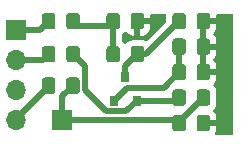
<source format=gbr>
%TF.GenerationSoftware,KiCad,Pcbnew,(5.99.0-2965-g3673c2369)*%
%TF.CreationDate,2020-08-26T10:35:24+03:00*%
%TF.ProjectId,pimentero,70696d65-6e74-4657-926f-2e6b69636164,rev?*%
%TF.SameCoordinates,Original*%
%TF.FileFunction,Copper,L1,Top*%
%TF.FilePolarity,Positive*%
%FSLAX46Y46*%
G04 Gerber Fmt 4.6, Leading zero omitted, Abs format (unit mm)*
G04 Created by KiCad (PCBNEW (5.99.0-2965-g3673c2369)) date 2020-08-26 10:35:24*
%MOMM*%
%LPD*%
G01*
G04 APERTURE LIST*
%TA.AperFunction,ComponentPad*%
%ADD10R,1.700000X1.700000*%
%TD*%
%TA.AperFunction,SMDPad,CuDef*%
%ADD11R,0.800000X0.900000*%
%TD*%
%TA.AperFunction,ComponentPad*%
%ADD12O,1.700000X1.700000*%
%TD*%
%TA.AperFunction,ViaPad*%
%ADD13C,0.800000*%
%TD*%
%TA.AperFunction,Conductor*%
%ADD14C,0.508000*%
%TD*%
G04 APERTURE END LIST*
D10*
%TO.P,J2,1,Pin_1*%
%TO.N,Net-(C4-Pad2)*%
X108839000Y-75946000D03*
%TD*%
%TO.P,C4,1*%
%TO.N,Net-(C4-Pad1)*%
%TA.AperFunction,SMDPad,CuDef*%
G36*
G01*
X118161000Y-74491000D02*
X118161000Y-73591000D01*
G75*
G02*
X118411000Y-73341000I250000J0D01*
G01*
X119061000Y-73341000D01*
G75*
G02*
X119311000Y-73591000I0J-250000D01*
G01*
X119311000Y-74491000D01*
G75*
G02*
X119061000Y-74741000I-250000J0D01*
G01*
X118411000Y-74741000D01*
G75*
G02*
X118161000Y-74491000I0J250000D01*
G01*
G37*
%TD.AperFunction*%
%TO.P,C4,2*%
%TO.N,Net-(C4-Pad2)*%
%TA.AperFunction,SMDPad,CuDef*%
G36*
G01*
X120211000Y-74491000D02*
X120211000Y-73591000D01*
G75*
G02*
X120461000Y-73341000I250000J0D01*
G01*
X121111000Y-73341000D01*
G75*
G02*
X121361000Y-73591000I0J-250000D01*
G01*
X121361000Y-74491000D01*
G75*
G02*
X121111000Y-74741000I-250000J0D01*
G01*
X120461000Y-74741000D01*
G75*
G02*
X120211000Y-74491000I0J250000D01*
G01*
G37*
%TD.AperFunction*%
%TD*%
%TO.P,R4,1*%
%TO.N,VCC*%
%TA.AperFunction,SMDPad,CuDef*%
G36*
G01*
X107112000Y-70808000D02*
X107112000Y-69908000D01*
G75*
G02*
X107362000Y-69658000I250000J0D01*
G01*
X108012000Y-69658000D01*
G75*
G02*
X108262000Y-69908000I0J-250000D01*
G01*
X108262000Y-70808000D01*
G75*
G02*
X108012000Y-71058000I-250000J0D01*
G01*
X107362000Y-71058000D01*
G75*
G02*
X107112000Y-70808000I0J250000D01*
G01*
G37*
%TD.AperFunction*%
%TO.P,R4,2*%
%TO.N,Net-(C4-Pad1)*%
%TA.AperFunction,SMDPad,CuDef*%
G36*
G01*
X109162000Y-70808000D02*
X109162000Y-69908000D01*
G75*
G02*
X109412000Y-69658000I250000J0D01*
G01*
X110062000Y-69658000D01*
G75*
G02*
X110312000Y-69908000I0J-250000D01*
G01*
X110312000Y-70808000D01*
G75*
G02*
X110062000Y-71058000I-250000J0D01*
G01*
X109412000Y-71058000D01*
G75*
G02*
X109162000Y-70808000I0J250000D01*
G01*
G37*
%TD.AperFunction*%
%TD*%
%TO.P,C3,1*%
%TO.N,Net-(C3-Pad1)*%
%TA.AperFunction,SMDPad,CuDef*%
G36*
G01*
X118161000Y-70173000D02*
X118161000Y-69273000D01*
G75*
G02*
X118411000Y-69023000I250000J0D01*
G01*
X119061000Y-69023000D01*
G75*
G02*
X119311000Y-69273000I0J-250000D01*
G01*
X119311000Y-70173000D01*
G75*
G02*
X119061000Y-70423000I-250000J0D01*
G01*
X118411000Y-70423000D01*
G75*
G02*
X118161000Y-70173000I0J250000D01*
G01*
G37*
%TD.AperFunction*%
%TO.P,C3,2*%
%TO.N,GND*%
%TA.AperFunction,SMDPad,CuDef*%
G36*
G01*
X120211000Y-70173000D02*
X120211000Y-69273000D01*
G75*
G02*
X120461000Y-69023000I250000J0D01*
G01*
X121111000Y-69023000D01*
G75*
G02*
X121361000Y-69273000I0J-250000D01*
G01*
X121361000Y-70173000D01*
G75*
G02*
X121111000Y-70423000I-250000J0D01*
G01*
X120461000Y-70423000D01*
G75*
G02*
X120211000Y-70173000I0J250000D01*
G01*
G37*
%TD.AperFunction*%
%TD*%
%TO.P,R3,1*%
%TO.N,Net-(C3-Pad1)*%
%TA.AperFunction,SMDPad,CuDef*%
G36*
G01*
X118161000Y-72332000D02*
X118161000Y-71432000D01*
G75*
G02*
X118411000Y-71182000I250000J0D01*
G01*
X119061000Y-71182000D01*
G75*
G02*
X119311000Y-71432000I0J-250000D01*
G01*
X119311000Y-72332000D01*
G75*
G02*
X119061000Y-72582000I-250000J0D01*
G01*
X118411000Y-72582000D01*
G75*
G02*
X118161000Y-72332000I0J250000D01*
G01*
G37*
%TD.AperFunction*%
%TO.P,R3,2*%
%TO.N,GND*%
%TA.AperFunction,SMDPad,CuDef*%
G36*
G01*
X120211000Y-72332000D02*
X120211000Y-71432000D01*
G75*
G02*
X120461000Y-71182000I250000J0D01*
G01*
X121111000Y-71182000D01*
G75*
G02*
X121361000Y-71432000I0J-250000D01*
G01*
X121361000Y-72332000D01*
G75*
G02*
X121111000Y-72582000I-250000J0D01*
G01*
X120461000Y-72582000D01*
G75*
G02*
X120211000Y-72332000I0J250000D01*
G01*
G37*
%TD.AperFunction*%
%TD*%
%TO.P,R2,1*%
%TO.N,Net-(C2-Pad2)*%
%TA.AperFunction,SMDPad,CuDef*%
G36*
G01*
X118161000Y-68014000D02*
X118161000Y-67114000D01*
G75*
G02*
X118411000Y-66864000I250000J0D01*
G01*
X119061000Y-66864000D01*
G75*
G02*
X119311000Y-67114000I0J-250000D01*
G01*
X119311000Y-68014000D01*
G75*
G02*
X119061000Y-68264000I-250000J0D01*
G01*
X118411000Y-68264000D01*
G75*
G02*
X118161000Y-68014000I0J250000D01*
G01*
G37*
%TD.AperFunction*%
%TO.P,R2,2*%
%TO.N,GND*%
%TA.AperFunction,SMDPad,CuDef*%
G36*
G01*
X120211000Y-68014000D02*
X120211000Y-67114000D01*
G75*
G02*
X120461000Y-66864000I250000J0D01*
G01*
X121111000Y-66864000D01*
G75*
G02*
X121361000Y-67114000I0J-250000D01*
G01*
X121361000Y-68014000D01*
G75*
G02*
X121111000Y-68264000I-250000J0D01*
G01*
X120461000Y-68264000D01*
G75*
G02*
X120211000Y-68014000I0J250000D01*
G01*
G37*
%TD.AperFunction*%
%TD*%
%TO.P,C1,1*%
%TO.N,Net-(C1-Pad1)*%
%TA.AperFunction,SMDPad,CuDef*%
G36*
G01*
X112573000Y-68014000D02*
X112573000Y-67114000D01*
G75*
G02*
X112823000Y-66864000I250000J0D01*
G01*
X113473000Y-66864000D01*
G75*
G02*
X113723000Y-67114000I0J-250000D01*
G01*
X113723000Y-68014000D01*
G75*
G02*
X113473000Y-68264000I-250000J0D01*
G01*
X112823000Y-68264000D01*
G75*
G02*
X112573000Y-68014000I0J250000D01*
G01*
G37*
%TD.AperFunction*%
%TO.P,C1,2*%
%TO.N,GND*%
%TA.AperFunction,SMDPad,CuDef*%
G36*
G01*
X114623000Y-68014000D02*
X114623000Y-67114000D01*
G75*
G02*
X114873000Y-66864000I250000J0D01*
G01*
X115523000Y-66864000D01*
G75*
G02*
X115773000Y-67114000I0J-250000D01*
G01*
X115773000Y-68014000D01*
G75*
G02*
X115523000Y-68264000I-250000J0D01*
G01*
X114873000Y-68264000D01*
G75*
G02*
X114623000Y-68014000I0J250000D01*
G01*
G37*
%TD.AperFunction*%
%TD*%
%TO.P,R5,1*%
%TO.N,Net-(C4-Pad2)*%
%TA.AperFunction,SMDPad,CuDef*%
G36*
G01*
X118161000Y-76650000D02*
X118161000Y-75750000D01*
G75*
G02*
X118411000Y-75500000I250000J0D01*
G01*
X119061000Y-75500000D01*
G75*
G02*
X119311000Y-75750000I0J-250000D01*
G01*
X119311000Y-76650000D01*
G75*
G02*
X119061000Y-76900000I-250000J0D01*
G01*
X118411000Y-76900000D01*
G75*
G02*
X118161000Y-76650000I0J250000D01*
G01*
G37*
%TD.AperFunction*%
%TO.P,R5,2*%
%TO.N,GND*%
%TA.AperFunction,SMDPad,CuDef*%
G36*
G01*
X120211000Y-76650000D02*
X120211000Y-75750000D01*
G75*
G02*
X120461000Y-75500000I250000J0D01*
G01*
X121111000Y-75500000D01*
G75*
G02*
X121361000Y-75750000I0J-250000D01*
G01*
X121361000Y-76650000D01*
G75*
G02*
X121111000Y-76900000I-250000J0D01*
G01*
X120461000Y-76900000D01*
G75*
G02*
X120211000Y-76650000I0J250000D01*
G01*
G37*
%TD.AperFunction*%
%TD*%
D11*
%TO.P,Q1,1,D*%
%TO.N,Net-(C3-Pad1)*%
X113223000Y-74279000D03*
%TO.P,Q1,2,S*%
%TO.N,Net-(C4-Pad1)*%
X115123000Y-74279000D03*
%TO.P,Q1,3,G*%
%TO.N,Net-(C2-Pad2)*%
X114173000Y-72279000D03*
%TD*%
%TO.P,C2,1*%
%TO.N,Net-(C1-Pad1)*%
%TA.AperFunction,SMDPad,CuDef*%
G36*
G01*
X112573000Y-70808000D02*
X112573000Y-69908000D01*
G75*
G02*
X112823000Y-69658000I250000J0D01*
G01*
X113473000Y-69658000D01*
G75*
G02*
X113723000Y-69908000I0J-250000D01*
G01*
X113723000Y-70808000D01*
G75*
G02*
X113473000Y-71058000I-250000J0D01*
G01*
X112823000Y-71058000D01*
G75*
G02*
X112573000Y-70808000I0J250000D01*
G01*
G37*
%TD.AperFunction*%
%TO.P,C2,2*%
%TO.N,Net-(C2-Pad2)*%
%TA.AperFunction,SMDPad,CuDef*%
G36*
G01*
X114623000Y-70808000D02*
X114623000Y-69908000D01*
G75*
G02*
X114873000Y-69658000I250000J0D01*
G01*
X115523000Y-69658000D01*
G75*
G02*
X115773000Y-69908000I0J-250000D01*
G01*
X115773000Y-70808000D01*
G75*
G02*
X115523000Y-71058000I-250000J0D01*
G01*
X114873000Y-71058000D01*
G75*
G02*
X114623000Y-70808000I0J250000D01*
G01*
G37*
%TD.AperFunction*%
%TD*%
%TO.P,R1,1*%
%TO.N,IN*%
%TA.AperFunction,SMDPad,CuDef*%
G36*
G01*
X107112000Y-68014000D02*
X107112000Y-67114000D01*
G75*
G02*
X107362000Y-66864000I250000J0D01*
G01*
X108012000Y-66864000D01*
G75*
G02*
X108262000Y-67114000I0J-250000D01*
G01*
X108262000Y-68014000D01*
G75*
G02*
X108012000Y-68264000I-250000J0D01*
G01*
X107362000Y-68264000D01*
G75*
G02*
X107112000Y-68014000I0J250000D01*
G01*
G37*
%TD.AperFunction*%
%TO.P,R1,2*%
%TO.N,Net-(C1-Pad1)*%
%TA.AperFunction,SMDPad,CuDef*%
G36*
G01*
X109162000Y-68014000D02*
X109162000Y-67114000D01*
G75*
G02*
X109412000Y-66864000I250000J0D01*
G01*
X110062000Y-66864000D01*
G75*
G02*
X110312000Y-67114000I0J-250000D01*
G01*
X110312000Y-68014000D01*
G75*
G02*
X110062000Y-68264000I-250000J0D01*
G01*
X109412000Y-68264000D01*
G75*
G02*
X109162000Y-68014000I0J250000D01*
G01*
G37*
%TD.AperFunction*%
%TD*%
D10*
%TO.P,J1,1,Pin_1*%
%TO.N,IN*%
X104902000Y-68326000D03*
D12*
%TO.P,J1,2,Pin_2*%
%TO.N,VCC*%
X104902000Y-70866000D03*
%TO.P,J1,3,Pin_3*%
%TO.N,GND*%
X104902000Y-73406000D03*
%TO.P,J1,4,Pin_4*%
%TO.N,OUT*%
X104902000Y-75946000D03*
%TD*%
%TO.P,R6,1*%
%TO.N,Net-(C4-Pad2)*%
%TA.AperFunction,SMDPad,CuDef*%
G36*
G01*
X110312000Y-72575000D02*
X110312000Y-73475000D01*
G75*
G02*
X110062000Y-73725000I-250000J0D01*
G01*
X109412000Y-73725000D01*
G75*
G02*
X109162000Y-73475000I0J250000D01*
G01*
X109162000Y-72575000D01*
G75*
G02*
X109412000Y-72325000I250000J0D01*
G01*
X110062000Y-72325000D01*
G75*
G02*
X110312000Y-72575000I0J-250000D01*
G01*
G37*
%TD.AperFunction*%
%TO.P,R6,2*%
%TO.N,OUT*%
%TA.AperFunction,SMDPad,CuDef*%
G36*
G01*
X108262000Y-72575000D02*
X108262000Y-73475000D01*
G75*
G02*
X108012000Y-73725000I-250000J0D01*
G01*
X107362000Y-73725000D01*
G75*
G02*
X107112000Y-73475000I0J250000D01*
G01*
X107112000Y-72575000D01*
G75*
G02*
X107362000Y-72325000I250000J0D01*
G01*
X108012000Y-72325000D01*
G75*
G02*
X108262000Y-72575000I0J-250000D01*
G01*
G37*
%TD.AperFunction*%
%TD*%
D13*
%TO.N,GND*%
X122682000Y-75057000D03*
X116967000Y-67437000D03*
%TD*%
D14*
%TO.N,Net-(C4-Pad2)*%
X108839000Y-75946000D02*
X118482000Y-75946000D01*
X118482000Y-75946000D02*
X118736000Y-76200000D01*
X108839000Y-75946000D02*
X108839000Y-73923000D01*
X108839000Y-73923000D02*
X109737000Y-73025000D01*
%TO.N,Net-(C4-Pad1)*%
X109737000Y-70358000D02*
X110766010Y-71387010D01*
X110766010Y-71387010D02*
X110766010Y-73428010D01*
X110766010Y-73428010D02*
X112521001Y-75183001D01*
X112521001Y-75183001D02*
X114218999Y-75183001D01*
X114218999Y-75183001D02*
X115123000Y-74279000D01*
%TO.N,OUT*%
X104902000Y-75946000D02*
X104902000Y-75810000D01*
X104902000Y-75810000D02*
X107687000Y-73025000D01*
%TO.N,Net-(C4-Pad2)*%
X118736000Y-76200000D02*
X118736000Y-76091000D01*
X118736000Y-76091000D02*
X120786000Y-74041000D01*
%TO.N,Net-(C4-Pad1)*%
X115123000Y-74279000D02*
X118498000Y-74279000D01*
X118498000Y-74279000D02*
X118736000Y-74041000D01*
%TO.N,Net-(C3-Pad1)*%
X118736000Y-71882000D02*
X117434999Y-73183001D01*
X117434999Y-73183001D02*
X114318999Y-73183001D01*
X114318999Y-73183001D02*
X113223000Y-74279000D01*
X118736000Y-69723000D02*
X118736000Y-71882000D01*
%TO.N,Net-(C2-Pad2)*%
X115198000Y-70358000D02*
X115942000Y-70358000D01*
X115942000Y-70358000D02*
X118736000Y-67564000D01*
%TO.N,Net-(C4-Pad2)*%
X118609000Y-76200000D02*
X118736000Y-76073000D01*
%TO.N,Net-(C2-Pad2)*%
X114173000Y-72279000D02*
X114173000Y-71383000D01*
X114173000Y-71383000D02*
X115198000Y-70358000D01*
%TO.N,VCC*%
X104902000Y-70866000D02*
X107179000Y-70866000D01*
X107179000Y-70866000D02*
X107687000Y-70358000D01*
%TO.N,IN*%
X104902000Y-68326000D02*
X106925000Y-68326000D01*
X106925000Y-68326000D02*
X107687000Y-67564000D01*
%TO.N,Net-(C1-Pad1)*%
X113148000Y-67945000D02*
X113148000Y-70739000D01*
X109737000Y-67945000D02*
X113148000Y-67945000D01*
%TD*%
%TA.AperFunction,Conductor*%
%TO.N,GND*%
G36*
X123253897Y-66954226D02*
G01*
X123300390Y-67007882D01*
X123311776Y-67060224D01*
X123311776Y-77084776D01*
X123291774Y-77152897D01*
X123238118Y-77199390D01*
X123185776Y-77210776D01*
X121889090Y-77210776D01*
X121820969Y-77190774D01*
X121774476Y-77137118D01*
X121774476Y-77032434D01*
X121850759Y-76865397D01*
X121850758Y-76865397D01*
X121874224Y-76702190D01*
X121874224Y-76454000D01*
X120658000Y-76454000D01*
X120589879Y-76433998D01*
X120543386Y-76380342D01*
X120532000Y-76328000D01*
X120532000Y-76072000D01*
X120552002Y-76003879D01*
X120605658Y-75957386D01*
X120658000Y-75946000D01*
X121874224Y-75946000D01*
X121874224Y-75716377D01*
X121812183Y-75431177D01*
X121693128Y-75245925D01*
X121693127Y-75245924D01*
X121658253Y-75215705D01*
X121619869Y-75155979D01*
X121619869Y-75084983D01*
X121645541Y-75037968D01*
X121759280Y-74906707D01*
X121759281Y-74906707D01*
X121850759Y-74706397D01*
X121850758Y-74706397D01*
X121874224Y-74543190D01*
X121874224Y-73557377D01*
X121812183Y-73272177D01*
X121693128Y-73086925D01*
X121693127Y-73086924D01*
X121658253Y-73056705D01*
X121619869Y-72996979D01*
X121619869Y-72925983D01*
X121645541Y-72878968D01*
X121759280Y-72747707D01*
X121759281Y-72747707D01*
X121850759Y-72547397D01*
X121850758Y-72547397D01*
X121874224Y-72384190D01*
X121874224Y-72136000D01*
X120658000Y-72136000D01*
X120589879Y-72115998D01*
X120543386Y-72062342D01*
X120532000Y-72010000D01*
X120532000Y-69977000D01*
X121040000Y-69977000D01*
X121040000Y-71628000D01*
X121874224Y-71628000D01*
X121874224Y-71398377D01*
X121812183Y-71113177D01*
X121693128Y-70927925D01*
X121693127Y-70927924D01*
X121658253Y-70897705D01*
X121619869Y-70837979D01*
X121619869Y-70766983D01*
X121645541Y-70719968D01*
X121759280Y-70588707D01*
X121759281Y-70588707D01*
X121850759Y-70388397D01*
X121850758Y-70388397D01*
X121874224Y-70225190D01*
X121874224Y-69977000D01*
X121040000Y-69977000D01*
X120532000Y-69977000D01*
X120532000Y-67818000D01*
X121040000Y-67818000D01*
X121040000Y-69469000D01*
X121874224Y-69469000D01*
X121874224Y-69239377D01*
X121812183Y-68954177D01*
X121693128Y-68768925D01*
X121693127Y-68768924D01*
X121658253Y-68738705D01*
X121619869Y-68678979D01*
X121619869Y-68607983D01*
X121645541Y-68560968D01*
X121759280Y-68429707D01*
X121759281Y-68429707D01*
X121850759Y-68229397D01*
X121850758Y-68229397D01*
X121874224Y-68066190D01*
X121874224Y-67818000D01*
X121040000Y-67818000D01*
X120532000Y-67818000D01*
X120532000Y-67436000D01*
X120552002Y-67367879D01*
X120605658Y-67321386D01*
X120658000Y-67310000D01*
X121874224Y-67310000D01*
X121874224Y-67080370D01*
X121873506Y-67073690D01*
X121886113Y-67003822D01*
X121934493Y-66951861D01*
X121998784Y-66934224D01*
X123185776Y-66934224D01*
X123253897Y-66954226D01*
G37*
%TD.AperFunction*%
%TA.AperFunction,Conductor*%
G36*
X117589897Y-66954226D02*
G01*
X117636390Y-67007882D01*
X117647776Y-67060224D01*
X117647776Y-67522403D01*
X117610871Y-67611498D01*
X116017004Y-69205366D01*
X115954692Y-69239391D01*
X115875567Y-69230885D01*
X115738397Y-69168242D01*
X115575190Y-69144776D01*
X114839377Y-69144776D01*
X114554177Y-69206817D01*
X114368926Y-69325871D01*
X114270177Y-69439832D01*
X114210451Y-69478215D01*
X114139454Y-69478215D01*
X114068955Y-69425439D01*
X114055131Y-69403928D01*
X114055130Y-69403927D01*
X113953487Y-69315852D01*
X113910000Y-69220628D01*
X113910000Y-68708036D01*
X113930002Y-68639915D01*
X113967881Y-68602037D01*
X113977074Y-68596129D01*
X114075823Y-68482168D01*
X114135549Y-68443785D01*
X114206546Y-68443785D01*
X114277045Y-68496561D01*
X114290869Y-68518072D01*
X114290870Y-68518073D01*
X114457293Y-68662280D01*
X114457293Y-68662281D01*
X114657603Y-68753758D01*
X114820810Y-68777224D01*
X114944000Y-68777224D01*
X114944000Y-67818000D01*
X115452000Y-67818000D01*
X115452000Y-68777224D01*
X115556623Y-68777224D01*
X115841823Y-68715183D01*
X116027074Y-68596129D01*
X116171280Y-68429707D01*
X116171281Y-68429707D01*
X116262759Y-68229397D01*
X116262758Y-68229397D01*
X116286224Y-68066190D01*
X116286224Y-67818000D01*
X115452000Y-67818000D01*
X114944000Y-67818000D01*
X114944000Y-67436000D01*
X114964002Y-67367879D01*
X115017658Y-67321386D01*
X115070000Y-67310000D01*
X116286224Y-67310000D01*
X116286224Y-67080370D01*
X116285506Y-67073690D01*
X116298113Y-67003822D01*
X116346493Y-66951861D01*
X116410784Y-66934224D01*
X117521776Y-66934224D01*
X117589897Y-66954226D01*
G37*
%TD.AperFunction*%
%TD*%
M02*

</source>
